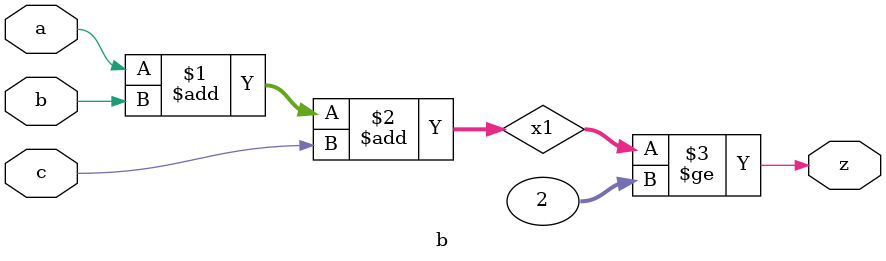
<source format=v>
module b ( a,b,c,z);
input wire a,b,c;
output z;
wire [1:0] x1;
    assign x1 = a + b + c;
    assign z = (x1 >= 2); 
endmodule

</source>
